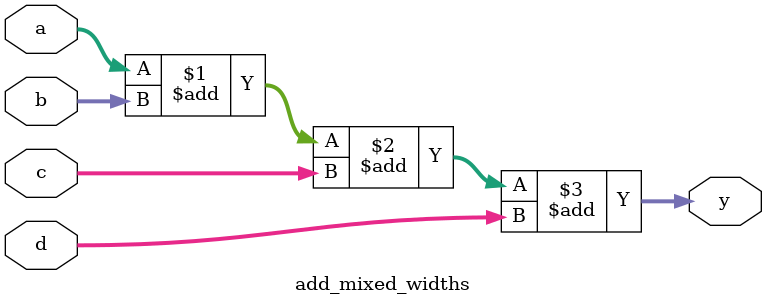
<source format=v>
module add_mixed_widths(
	input  [7:0]  a,
	input  [3:0]  b,
	input  [15:0] c,
	input  [7:0]  d,
	output [15:0] y
);
	assign y = a + b + c + d;
endmodule


</source>
